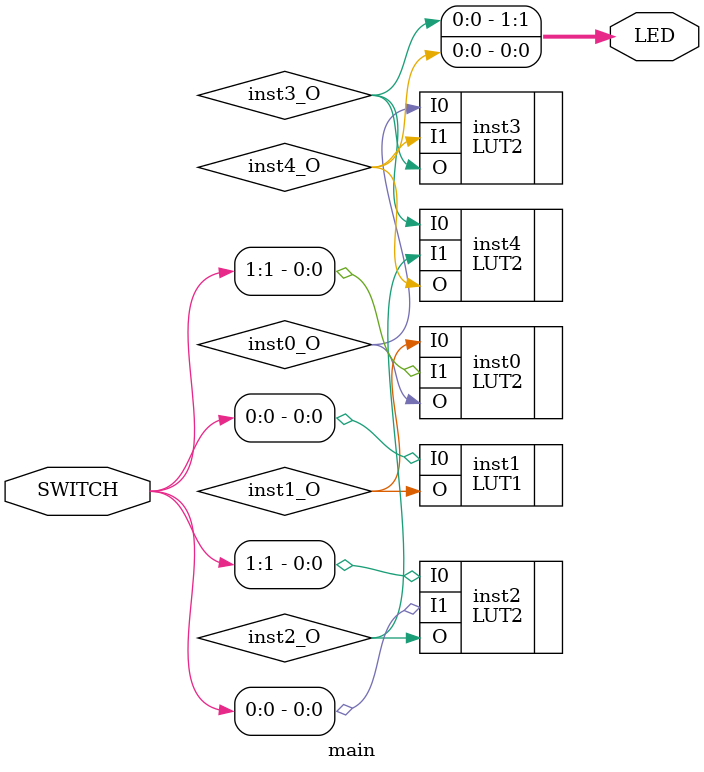
<source format=v>
module main (input [0:1] SWITCH, output [0:1] LED);
wire inst0_O;
wire inst1_O;
wire inst2_O;
wire inst3_O;
wire inst4_O;
LUT2 #(.INIT(4'h8)) inst0 (.I0(inst1_O), .I1(SWITCH[1]), .O(inst0_O));
LUT1 #(.INIT(2'h1)) inst1 (.I0(SWITCH[0]), .O(inst1_O));
LUT2 #(.INIT(4'h8)) inst2 (.I0(SWITCH[1]), .I1(SWITCH[0]), .O(inst2_O));
LUT2 #(.INIT(4'h1)) inst3 (.I0(inst0_O), .I1(inst4_O), .O(inst3_O));
LUT2 #(.INIT(4'h1)) inst4 (.I0(inst3_O), .I1(inst2_O), .O(inst4_O));
assign LED = {inst3_O, inst4_O};
endmodule


</source>
